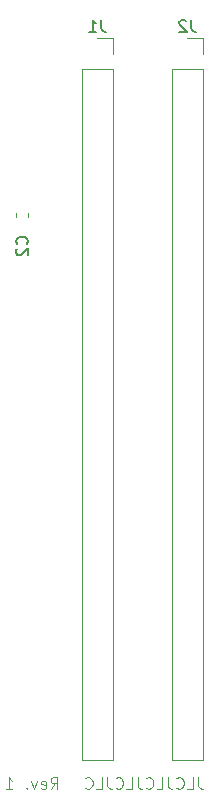
<source format=gbr>
G04 #@! TF.GenerationSoftware,KiCad,Pcbnew,8.0.4+dfsg-1*
G04 #@! TF.CreationDate,2025-02-23T14:04:16+09:00*
G04 #@! TF.ProjectId,bionic-mc68hc05c0,62696f6e-6963-42d6-9d63-363868633035,1*
G04 #@! TF.SameCoordinates,Original*
G04 #@! TF.FileFunction,Legend,Bot*
G04 #@! TF.FilePolarity,Positive*
%FSLAX46Y46*%
G04 Gerber Fmt 4.6, Leading zero omitted, Abs format (unit mm)*
G04 Created by KiCad (PCBNEW 8.0.4+dfsg-1) date 2025-02-23 14:04:16*
%MOMM*%
%LPD*%
G01*
G04 APERTURE LIST*
%ADD10C,0.125000*%
%ADD11C,0.150000*%
%ADD12C,0.120000*%
G04 APERTURE END LIST*
D10*
X105950240Y-137308119D02*
X106283573Y-136831928D01*
X106521668Y-137308119D02*
X106521668Y-136308119D01*
X106521668Y-136308119D02*
X106140716Y-136308119D01*
X106140716Y-136308119D02*
X106045478Y-136355738D01*
X106045478Y-136355738D02*
X105997859Y-136403357D01*
X105997859Y-136403357D02*
X105950240Y-136498595D01*
X105950240Y-136498595D02*
X105950240Y-136641452D01*
X105950240Y-136641452D02*
X105997859Y-136736690D01*
X105997859Y-136736690D02*
X106045478Y-136784309D01*
X106045478Y-136784309D02*
X106140716Y-136831928D01*
X106140716Y-136831928D02*
X106521668Y-136831928D01*
X105140716Y-137260500D02*
X105235954Y-137308119D01*
X105235954Y-137308119D02*
X105426430Y-137308119D01*
X105426430Y-137308119D02*
X105521668Y-137260500D01*
X105521668Y-137260500D02*
X105569287Y-137165261D01*
X105569287Y-137165261D02*
X105569287Y-136784309D01*
X105569287Y-136784309D02*
X105521668Y-136689071D01*
X105521668Y-136689071D02*
X105426430Y-136641452D01*
X105426430Y-136641452D02*
X105235954Y-136641452D01*
X105235954Y-136641452D02*
X105140716Y-136689071D01*
X105140716Y-136689071D02*
X105093097Y-136784309D01*
X105093097Y-136784309D02*
X105093097Y-136879547D01*
X105093097Y-136879547D02*
X105569287Y-136974785D01*
X104759763Y-136641452D02*
X104521668Y-137308119D01*
X104521668Y-137308119D02*
X104283573Y-136641452D01*
X103902620Y-137212880D02*
X103855001Y-137260500D01*
X103855001Y-137260500D02*
X103902620Y-137308119D01*
X103902620Y-137308119D02*
X103950239Y-137260500D01*
X103950239Y-137260500D02*
X103902620Y-137212880D01*
X103902620Y-137212880D02*
X103902620Y-137308119D01*
X102140716Y-137308119D02*
X102712144Y-137308119D01*
X102426430Y-137308119D02*
X102426430Y-136308119D01*
X102426430Y-136308119D02*
X102521668Y-136450976D01*
X102521668Y-136450976D02*
X102616906Y-136546214D01*
X102616906Y-136546214D02*
X102712144Y-136593833D01*
X118446048Y-136308119D02*
X118446048Y-137022404D01*
X118446048Y-137022404D02*
X118493667Y-137165261D01*
X118493667Y-137165261D02*
X118588905Y-137260500D01*
X118588905Y-137260500D02*
X118731762Y-137308119D01*
X118731762Y-137308119D02*
X118827000Y-137308119D01*
X117493667Y-137308119D02*
X117969857Y-137308119D01*
X117969857Y-137308119D02*
X117969857Y-136308119D01*
X116588905Y-137212880D02*
X116636524Y-137260500D01*
X116636524Y-137260500D02*
X116779381Y-137308119D01*
X116779381Y-137308119D02*
X116874619Y-137308119D01*
X116874619Y-137308119D02*
X117017476Y-137260500D01*
X117017476Y-137260500D02*
X117112714Y-137165261D01*
X117112714Y-137165261D02*
X117160333Y-137070023D01*
X117160333Y-137070023D02*
X117207952Y-136879547D01*
X117207952Y-136879547D02*
X117207952Y-136736690D01*
X117207952Y-136736690D02*
X117160333Y-136546214D01*
X117160333Y-136546214D02*
X117112714Y-136450976D01*
X117112714Y-136450976D02*
X117017476Y-136355738D01*
X117017476Y-136355738D02*
X116874619Y-136308119D01*
X116874619Y-136308119D02*
X116779381Y-136308119D01*
X116779381Y-136308119D02*
X116636524Y-136355738D01*
X116636524Y-136355738D02*
X116588905Y-136403357D01*
X115874619Y-136308119D02*
X115874619Y-137022404D01*
X115874619Y-137022404D02*
X115922238Y-137165261D01*
X115922238Y-137165261D02*
X116017476Y-137260500D01*
X116017476Y-137260500D02*
X116160333Y-137308119D01*
X116160333Y-137308119D02*
X116255571Y-137308119D01*
X114922238Y-137308119D02*
X115398428Y-137308119D01*
X115398428Y-137308119D02*
X115398428Y-136308119D01*
X114017476Y-137212880D02*
X114065095Y-137260500D01*
X114065095Y-137260500D02*
X114207952Y-137308119D01*
X114207952Y-137308119D02*
X114303190Y-137308119D01*
X114303190Y-137308119D02*
X114446047Y-137260500D01*
X114446047Y-137260500D02*
X114541285Y-137165261D01*
X114541285Y-137165261D02*
X114588904Y-137070023D01*
X114588904Y-137070023D02*
X114636523Y-136879547D01*
X114636523Y-136879547D02*
X114636523Y-136736690D01*
X114636523Y-136736690D02*
X114588904Y-136546214D01*
X114588904Y-136546214D02*
X114541285Y-136450976D01*
X114541285Y-136450976D02*
X114446047Y-136355738D01*
X114446047Y-136355738D02*
X114303190Y-136308119D01*
X114303190Y-136308119D02*
X114207952Y-136308119D01*
X114207952Y-136308119D02*
X114065095Y-136355738D01*
X114065095Y-136355738D02*
X114017476Y-136403357D01*
X113303190Y-136308119D02*
X113303190Y-137022404D01*
X113303190Y-137022404D02*
X113350809Y-137165261D01*
X113350809Y-137165261D02*
X113446047Y-137260500D01*
X113446047Y-137260500D02*
X113588904Y-137308119D01*
X113588904Y-137308119D02*
X113684142Y-137308119D01*
X112350809Y-137308119D02*
X112826999Y-137308119D01*
X112826999Y-137308119D02*
X112826999Y-136308119D01*
X111446047Y-137212880D02*
X111493666Y-137260500D01*
X111493666Y-137260500D02*
X111636523Y-137308119D01*
X111636523Y-137308119D02*
X111731761Y-137308119D01*
X111731761Y-137308119D02*
X111874618Y-137260500D01*
X111874618Y-137260500D02*
X111969856Y-137165261D01*
X111969856Y-137165261D02*
X112017475Y-137070023D01*
X112017475Y-137070023D02*
X112065094Y-136879547D01*
X112065094Y-136879547D02*
X112065094Y-136736690D01*
X112065094Y-136736690D02*
X112017475Y-136546214D01*
X112017475Y-136546214D02*
X111969856Y-136450976D01*
X111969856Y-136450976D02*
X111874618Y-136355738D01*
X111874618Y-136355738D02*
X111731761Y-136308119D01*
X111731761Y-136308119D02*
X111636523Y-136308119D01*
X111636523Y-136308119D02*
X111493666Y-136355738D01*
X111493666Y-136355738D02*
X111446047Y-136403357D01*
X110731761Y-136308119D02*
X110731761Y-137022404D01*
X110731761Y-137022404D02*
X110779380Y-137165261D01*
X110779380Y-137165261D02*
X110874618Y-137260500D01*
X110874618Y-137260500D02*
X111017475Y-137308119D01*
X111017475Y-137308119D02*
X111112713Y-137308119D01*
X109779380Y-137308119D02*
X110255570Y-137308119D01*
X110255570Y-137308119D02*
X110255570Y-136308119D01*
X108874618Y-137212880D02*
X108922237Y-137260500D01*
X108922237Y-137260500D02*
X109065094Y-137308119D01*
X109065094Y-137308119D02*
X109160332Y-137308119D01*
X109160332Y-137308119D02*
X109303189Y-137260500D01*
X109303189Y-137260500D02*
X109398427Y-137165261D01*
X109398427Y-137165261D02*
X109446046Y-137070023D01*
X109446046Y-137070023D02*
X109493665Y-136879547D01*
X109493665Y-136879547D02*
X109493665Y-136736690D01*
X109493665Y-136736690D02*
X109446046Y-136546214D01*
X109446046Y-136546214D02*
X109398427Y-136450976D01*
X109398427Y-136450976D02*
X109303189Y-136355738D01*
X109303189Y-136355738D02*
X109160332Y-136308119D01*
X109160332Y-136308119D02*
X109065094Y-136308119D01*
X109065094Y-136308119D02*
X108922237Y-136355738D01*
X108922237Y-136355738D02*
X108874618Y-136403357D01*
D11*
X117843333Y-72204819D02*
X117843333Y-72919104D01*
X117843333Y-72919104D02*
X117890952Y-73061961D01*
X117890952Y-73061961D02*
X117986190Y-73157200D01*
X117986190Y-73157200D02*
X118129047Y-73204819D01*
X118129047Y-73204819D02*
X118224285Y-73204819D01*
X117414761Y-72300057D02*
X117367142Y-72252438D01*
X117367142Y-72252438D02*
X117271904Y-72204819D01*
X117271904Y-72204819D02*
X117033809Y-72204819D01*
X117033809Y-72204819D02*
X116938571Y-72252438D01*
X116938571Y-72252438D02*
X116890952Y-72300057D01*
X116890952Y-72300057D02*
X116843333Y-72395295D01*
X116843333Y-72395295D02*
X116843333Y-72490533D01*
X116843333Y-72490533D02*
X116890952Y-72633390D01*
X116890952Y-72633390D02*
X117462380Y-73204819D01*
X117462380Y-73204819D02*
X116843333Y-73204819D01*
X110223333Y-72204819D02*
X110223333Y-72919104D01*
X110223333Y-72919104D02*
X110270952Y-73061961D01*
X110270952Y-73061961D02*
X110366190Y-73157200D01*
X110366190Y-73157200D02*
X110509047Y-73204819D01*
X110509047Y-73204819D02*
X110604285Y-73204819D01*
X109223333Y-73204819D02*
X109794761Y-73204819D01*
X109509047Y-73204819D02*
X109509047Y-72204819D01*
X109509047Y-72204819D02*
X109604285Y-72347676D01*
X109604285Y-72347676D02*
X109699523Y-72442914D01*
X109699523Y-72442914D02*
X109794761Y-72490533D01*
X103929580Y-91168233D02*
X103977200Y-91120614D01*
X103977200Y-91120614D02*
X104024819Y-90977757D01*
X104024819Y-90977757D02*
X104024819Y-90882519D01*
X104024819Y-90882519D02*
X103977200Y-90739662D01*
X103977200Y-90739662D02*
X103881961Y-90644424D01*
X103881961Y-90644424D02*
X103786723Y-90596805D01*
X103786723Y-90596805D02*
X103596247Y-90549186D01*
X103596247Y-90549186D02*
X103453390Y-90549186D01*
X103453390Y-90549186D02*
X103262914Y-90596805D01*
X103262914Y-90596805D02*
X103167676Y-90644424D01*
X103167676Y-90644424D02*
X103072438Y-90739662D01*
X103072438Y-90739662D02*
X103024819Y-90882519D01*
X103024819Y-90882519D02*
X103024819Y-90977757D01*
X103024819Y-90977757D02*
X103072438Y-91120614D01*
X103072438Y-91120614D02*
X103120057Y-91168233D01*
X103120057Y-91549186D02*
X103072438Y-91596805D01*
X103072438Y-91596805D02*
X103024819Y-91692043D01*
X103024819Y-91692043D02*
X103024819Y-91930138D01*
X103024819Y-91930138D02*
X103072438Y-92025376D01*
X103072438Y-92025376D02*
X103120057Y-92072995D01*
X103120057Y-92072995D02*
X103215295Y-92120614D01*
X103215295Y-92120614D02*
X103310533Y-92120614D01*
X103310533Y-92120614D02*
X103453390Y-92072995D01*
X103453390Y-92072995D02*
X104024819Y-91501567D01*
X104024819Y-91501567D02*
X104024819Y-92120614D01*
D12*
X117510000Y-73750000D02*
X118840000Y-73750000D01*
X118840000Y-73750000D02*
X118840000Y-75080000D01*
X118840000Y-134830000D02*
X118840000Y-76350000D01*
X116180000Y-76350000D02*
X118840000Y-76350000D01*
X116180000Y-134830000D02*
X118840000Y-134830000D01*
X116180000Y-134830000D02*
X116180000Y-76350000D01*
X109890000Y-73750000D02*
X111220000Y-73750000D01*
X111220000Y-73750000D02*
X111220000Y-75080000D01*
X111220000Y-134830000D02*
X111220000Y-76350000D01*
X108560000Y-76350000D02*
X111220000Y-76350000D01*
X108560000Y-134830000D02*
X111220000Y-134830000D01*
X108560000Y-134830000D02*
X108560000Y-76350000D01*
X103030000Y-88840667D02*
X103030000Y-88548133D01*
X104050000Y-88840667D02*
X104050000Y-88548133D01*
M02*

</source>
